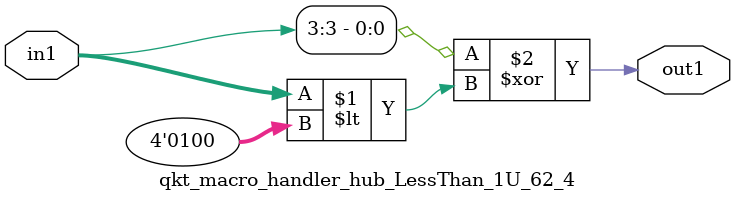
<source format=v>

`timescale 1ps / 1ps


module qkt_macro_handler_hub_LessThan_1U_62_4( in1, out1 );

    input [3:0] in1;
    output out1;

    
    // rtl_process:qkt_macro_handler_hub_LessThan_1U_62_4/qkt_macro_handler_hub_LessThan_1U_62_4_thread_1
    assign out1 = (in1[3] ^ in1 < 4'd04);

endmodule


</source>
